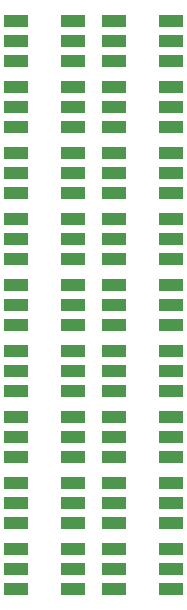
<source format=gbr>
%TF.GenerationSoftware,KiCad,Pcbnew,(6.0.0-0)*%
%TF.CreationDate,2022-02-03T13:53:58-05:00*%
%TF.ProjectId,Data Panel VU,44617461-2050-4616-9e65-6c2056552e6b,rev?*%
%TF.SameCoordinates,Original*%
%TF.FileFunction,Paste,Top*%
%TF.FilePolarity,Positive*%
%FSLAX46Y46*%
G04 Gerber Fmt 4.6, Leading zero omitted, Abs format (unit mm)*
G04 Created by KiCad (PCBNEW (6.0.0-0)) date 2022-02-03 13:53:58*
%MOMM*%
%LPD*%
G01*
G04 APERTURE LIST*
%ADD10R,2.000000X1.100000*%
G04 APERTURE END LIST*
D10*
%TO.C,D18*%
X131178000Y-65708000D03*
X131178000Y-64008000D03*
X131178000Y-62308000D03*
X126378000Y-62308000D03*
X126378000Y-64008000D03*
X126378000Y-65708000D03*
%TD*%
%TO.C,D5*%
X134678000Y-95836000D03*
X134678000Y-97536000D03*
X134678000Y-99236000D03*
X139478000Y-99236000D03*
X139478000Y-97536000D03*
X139478000Y-95836000D03*
%TD*%
%TO.C,D10*%
X131178000Y-88060000D03*
X131178000Y-86360000D03*
X131178000Y-84660000D03*
X126378000Y-84660000D03*
X126378000Y-86360000D03*
X126378000Y-88060000D03*
%TD*%
%TO.C,D15*%
X134678000Y-67896000D03*
X134678000Y-69596000D03*
X134678000Y-71296000D03*
X139478000Y-71296000D03*
X139478000Y-69596000D03*
X139478000Y-67896000D03*
%TD*%
%TO.C,D8*%
X131178000Y-93648000D03*
X131178000Y-91948000D03*
X131178000Y-90248000D03*
X126378000Y-90248000D03*
X126378000Y-91948000D03*
X126378000Y-93648000D03*
%TD*%
%TO.C,D3*%
X134678000Y-101424000D03*
X134678000Y-103124000D03*
X134678000Y-104824000D03*
X139478000Y-104824000D03*
X139478000Y-103124000D03*
X139478000Y-101424000D03*
%TD*%
%TO.C,D14*%
X131178000Y-76884000D03*
X131178000Y-75184000D03*
X131178000Y-73484000D03*
X126378000Y-73484000D03*
X126378000Y-75184000D03*
X126378000Y-76884000D03*
%TD*%
%TO.C,D11*%
X134678000Y-79072000D03*
X134678000Y-80772000D03*
X134678000Y-82472000D03*
X139478000Y-82472000D03*
X139478000Y-80772000D03*
X139478000Y-79072000D03*
%TD*%
%TO.C,D4*%
X131178000Y-104824000D03*
X131178000Y-103124000D03*
X131178000Y-101424000D03*
X126378000Y-101424000D03*
X126378000Y-103124000D03*
X126378000Y-104824000D03*
%TD*%
%TO.C,D6*%
X131178000Y-99236000D03*
X131178000Y-97536000D03*
X131178000Y-95836000D03*
X126378000Y-95836000D03*
X126378000Y-97536000D03*
X126378000Y-99236000D03*
%TD*%
%TO.C,D1*%
X134678000Y-107012000D03*
X134678000Y-108712000D03*
X134678000Y-110412000D03*
X139478000Y-110412000D03*
X139478000Y-108712000D03*
X139478000Y-107012000D03*
%TD*%
%TO.C,D13*%
X134678000Y-73484000D03*
X134678000Y-75184000D03*
X134678000Y-76884000D03*
X139478000Y-76884000D03*
X139478000Y-75184000D03*
X139478000Y-73484000D03*
%TD*%
%TO.C,D17*%
X134678000Y-62308000D03*
X134678000Y-64008000D03*
X134678000Y-65708000D03*
X139478000Y-65708000D03*
X139478000Y-64008000D03*
X139478000Y-62308000D03*
%TD*%
%TO.C,D7*%
X134678000Y-90248000D03*
X134678000Y-91948000D03*
X134678000Y-93648000D03*
X139478000Y-93648000D03*
X139478000Y-91948000D03*
X139478000Y-90248000D03*
%TD*%
%TO.C,D16*%
X131178000Y-71296000D03*
X131178000Y-69596000D03*
X131178000Y-67896000D03*
X126378000Y-67896000D03*
X126378000Y-69596000D03*
X126378000Y-71296000D03*
%TD*%
%TO.C,D12*%
X131178000Y-82472000D03*
X131178000Y-80772000D03*
X131178000Y-79072000D03*
X126378000Y-79072000D03*
X126378000Y-80772000D03*
X126378000Y-82472000D03*
%TD*%
%TO.C,D9*%
X134678000Y-84660000D03*
X134678000Y-86360000D03*
X134678000Y-88060000D03*
X139478000Y-88060000D03*
X139478000Y-86360000D03*
X139478000Y-84660000D03*
%TD*%
%TO.C,D2*%
X131178000Y-110412000D03*
X131178000Y-108712000D03*
X131178000Y-107012000D03*
X126378000Y-107012000D03*
X126378000Y-108712000D03*
X126378000Y-110412000D03*
%TD*%
M02*

</source>
